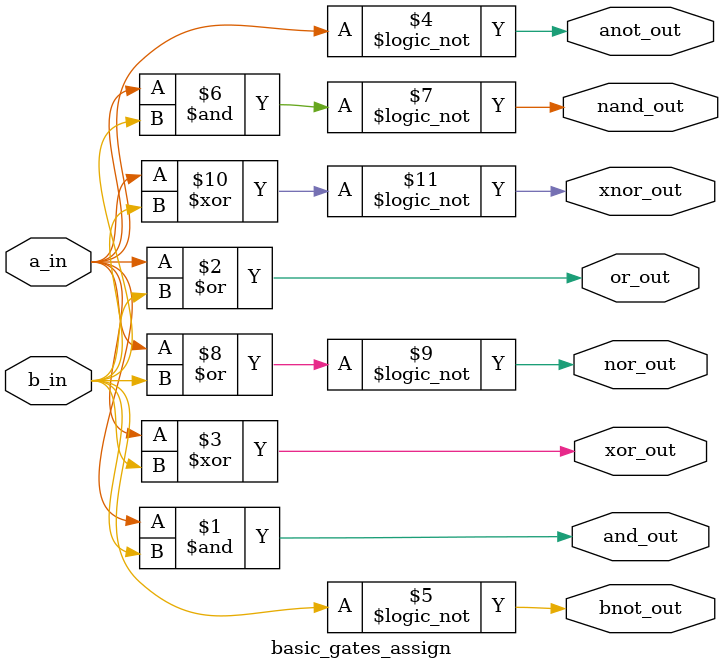
<source format=v>
`timescale 1ns / 1ps


module basic_gates_assign(
    input a_in, b_in,
    output and_out, or_out, xor_out, anot_out, bnot_out,nand_out, nor_out, xnor_out
    );
    
    assign and_out = a_in & b_in;
    assign or_out = a_in | b_in;
    assign xor_out = a_in ^ b_in;
    assign anot_out = !a_in ;
    assign bnot_out= !b_in;
    assign nand_out= !(a_in & b_in);
    assign nor_out= !(a_in | b_in);
    assign xnor_out= !(a_in ^ b_in);
endmodule

</source>
